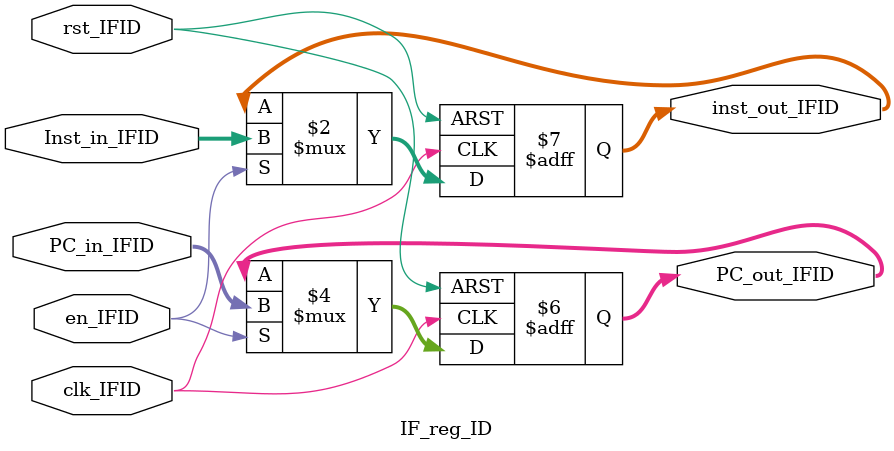
<source format=v>
`timescale 1ns / 1ps

module IF_reg_ID(
    input wire clk_IFID,
    input wire rst_IFID,
    input wire en_IFID,
    input wire [31:0] PC_in_IFID,
    input wire [31:0] Inst_in_IFID,
    output reg [31:0] PC_out_IFID,
    output reg [31:0] inst_out_IFID
); 

 always @(negedge clk_IFID or posedge rst_IFID) begin
    if(rst_IFID) begin
      PC_out_IFID <= 32'b0;
      inst_out_IFID <= 32'b0;
    end 
    else if(en_IFID) begin
      PC_out_IFID <= PC_in_IFID;
      inst_out_IFID <= Inst_in_IFID;
    end    
  end

endmodule
</source>
